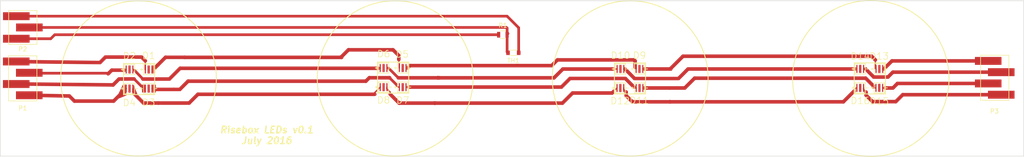
<source format=kicad_pcb>
(kicad_pcb (version 4) (host pcbnew 4.0.2-stable)

  (general
    (links 24)
    (no_connects 0)
    (area 40.589999 69.820815 270.690001 105.179185)
    (thickness 1.6)
    (drawings 25)
    (tracks 190)
    (zones 0)
    (modules 21)
    (nets 24)
  )

  (page A4)
  (layers
    (0 F.Cu signal)
    (31 B.Cu signal)
    (32 B.Adhes user)
    (33 F.Adhes user)
    (34 B.Paste user)
    (35 F.Paste user)
    (36 B.SilkS user)
    (37 F.SilkS user)
    (38 B.Mask user)
    (39 F.Mask user)
    (40 Dwgs.User user)
    (41 Cmts.User user)
    (42 Eco1.User user)
    (43 Eco2.User user)
    (44 Edge.Cuts user)
    (45 Margin user)
    (46 B.CrtYd user)
    (47 F.CrtYd user)
    (48 B.Fab user)
    (49 F.Fab user)
  )

  (setup
    (last_trace_width 0.6)
    (user_trace_width 0.3)
    (user_trace_width 0.8)
    (trace_clearance 0.3)
    (zone_clearance 0.508)
    (zone_45_only no)
    (trace_min 0.254)
    (segment_width 0.2)
    (edge_width 0.1)
    (via_size 0.889)
    (via_drill 0.635)
    (via_min_size 0.889)
    (via_min_drill 0.508)
    (uvia_size 0.508)
    (uvia_drill 0.127)
    (uvias_allowed no)
    (uvia_min_size 0.508)
    (uvia_min_drill 0.127)
    (pcb_text_width 0.3)
    (pcb_text_size 1.5 1.5)
    (mod_edge_width 0.15)
    (mod_text_size 1 1)
    (mod_text_width 0.15)
    (pad_size 1.78 5.97)
    (pad_drill 0)
    (pad_to_mask_clearance 0)
    (aux_axis_origin 0 0)
    (visible_elements 7FFFFFFF)
    (pcbplotparams
      (layerselection 0x00020_00000001)
      (usegerberextensions true)
      (excludeedgelayer true)
      (linewidth 0.100000)
      (plotframeref false)
      (viasonmask false)
      (mode 1)
      (useauxorigin false)
      (hpglpennumber 1)
      (hpglpenspeed 20)
      (hpglpendiameter 15)
      (hpglpenoverlay 2)
      (psnegative false)
      (psa4output false)
      (plotreference true)
      (plotvalue true)
      (plotinvisibletext false)
      (padsonsilk false)
      (subtractmaskfromsilk false)
      (outputformat 1)
      (mirror false)
      (drillshape 0)
      (scaleselection 1)
      (outputdirectory ""))
  )

  (net 0 "")
  (net 1 "Net-(D1-Pad2)")
  (net 2 "Net-(D1-Pad1)")
  (net 3 "Net-(D2-Pad2)")
  (net 4 "Net-(D2-Pad1)")
  (net 5 "Net-(D3-Pad2)")
  (net 6 "Net-(D3-Pad1)")
  (net 7 "Net-(D4-Pad2)")
  (net 8 "Net-(D4-Pad1)")
  (net 9 "Net-(D5-Pad2)")
  (net 10 "Net-(D10-Pad1)")
  (net 11 "Net-(D11-Pad1)")
  (net 12 "Net-(D12-Pad1)")
  (net 13 "Net-(D13-Pad1)")
  (net 14 "Net-(D10-Pad2)")
  (net 15 "Net-(D11-Pad2)")
  (net 16 "Net-(D12-Pad2)")
  (net 17 "Net-(D13-Pad2)")
  (net 18 "Net-(D14-Pad2)")
  (net 19 "Net-(D15-Pad2)")
  (net 20 "Net-(D16-Pad2)")
  (net 21 GND)
  (net 22 "Net-(P2-Pad2)")
  (net 23 "Net-(P2-Pad3)")

  (net_class Default "This is the default net class."
    (clearance 0.3)
    (trace_width 0.6)
    (via_dia 0.889)
    (via_drill 0.635)
    (uvia_dia 0.508)
    (uvia_drill 0.127)
  )

  (net_class pads ""
    (clearance 0.3)
    (trace_width 0.6)
    (via_dia 0.889)
    (via_drill 0.635)
    (uvia_dia 0.508)
    (uvia_drill 0.127)
    (add_net GND)
    (add_net "Net-(D1-Pad1)")
    (add_net "Net-(D1-Pad2)")
    (add_net "Net-(D10-Pad1)")
    (add_net "Net-(D10-Pad2)")
    (add_net "Net-(D11-Pad1)")
    (add_net "Net-(D11-Pad2)")
    (add_net "Net-(D12-Pad1)")
    (add_net "Net-(D12-Pad2)")
    (add_net "Net-(D13-Pad1)")
    (add_net "Net-(D13-Pad2)")
    (add_net "Net-(D14-Pad2)")
    (add_net "Net-(D15-Pad2)")
    (add_net "Net-(D16-Pad2)")
    (add_net "Net-(D2-Pad1)")
    (add_net "Net-(D2-Pad2)")
    (add_net "Net-(D3-Pad1)")
    (add_net "Net-(D3-Pad2)")
    (add_net "Net-(D4-Pad1)")
    (add_net "Net-(D4-Pad2)")
    (add_net "Net-(D5-Pad2)")
    (add_net "Net-(P2-Pad2)")
    (add_net "Net-(P2-Pad3)")
  )

  (module Resistors_SMD:R_0805 (layer F.Cu) (tedit 5415CDEB) (tstamp 574DBC19)
    (at 153.59 77.65)
    (descr "Resistor SMD 0805, reflow soldering, Vishay (see dcrcw.pdf)")
    (tags "resistor 0805")
    (path /574515E8)
    (attr smd)
    (fp_text reference R1 (at 0 -2.1) (layer F.SilkS)
      (effects (font (size 1 1) (thickness 0.15)))
    )
    (fp_text value 2.7K (at 0 2.1) (layer F.Fab)
      (effects (font (size 1 1) (thickness 0.15)))
    )
    (fp_line (start -1.6 -1) (end 1.6 -1) (layer F.CrtYd) (width 0.05))
    (fp_line (start -1.6 1) (end 1.6 1) (layer F.CrtYd) (width 0.05))
    (fp_line (start -1.6 -1) (end -1.6 1) (layer F.CrtYd) (width 0.05))
    (fp_line (start 1.6 -1) (end 1.6 1) (layer F.CrtYd) (width 0.05))
    (fp_line (start 0.6 0.875) (end -0.6 0.875) (layer F.SilkS) (width 0.15))
    (fp_line (start -0.6 -0.875) (end 0.6 -0.875) (layer F.SilkS) (width 0.15))
    (pad 1 smd rect (at -0.95 0) (size 0.7 1.3) (layers F.Cu F.Paste F.Mask)
      (net 23 "Net-(P2-Pad3)"))
    (pad 2 smd rect (at 0.95 0) (size 0.7 1.3) (layers F.Cu F.Paste F.Mask)
      (net 22 "Net-(P2-Pad2)"))
    (model Resistors_SMD.3dshapes/R_0805.wrl
      (at (xyz 0 0 0))
      (scale (xyz 1 1 1))
      (rotate (xyz 0 0 0))
    )
  )

  (module risebox:THERM_NTCS0603E3272JMT_SMD0603 (layer F.Cu) (tedit 577BBE5E) (tstamp 577135C1)
    (at 155.94 81.72 180)
    (path /56E1CF63)
    (fp_text reference TH1 (at 0 -1.778 180) (layer F.SilkS)
      (effects (font (size 1 1) (thickness 0.15)))
    )
    (fp_text value NTCS0603E3272JMT (at 0.01 -3.5 180) (layer F.Fab)
      (effects (font (size 1 1) (thickness 0.15)))
    )
    (fp_line (start -0.8128 -0.6176) (end 0.7872 -0.6176) (layer F.SilkS) (width 0.15))
    (fp_line (start -0.8128 0.6016) (end 0.7872 0.6016) (layer F.SilkS) (width 0.15))
    (pad 2 smd rect (at 1.2 0 180) (size 0.8 1) (layers F.Cu F.Paste F.Mask)
      (net 22 "Net-(P2-Pad2)"))
    (pad 1 smd rect (at -1.2 0 180) (size 0.8 1) (layers F.Cu F.Paste F.Mask)
      (net 21 GND))
  )

  (module risebox:LUXEON-C (layer F.Cu) (tedit 5773E99D) (tstamp 5772A757)
    (at 73.9942 85.4897)
    (path /56E1A1EF)
    (fp_text reference D1 (at 0.0214 -3.1175) (layer F.SilkS)
      (effects (font (size 1.5 1.5) (thickness 0.15)))
    )
    (fp_text value LED (at 0.03 8.21) (layer F.SilkS) hide
      (effects (font (size 1.5 1.5) (thickness 0.15)))
    )
    (fp_line (start 1.36 0) (end 1.84 0) (layer F.SilkS) (width 0.15))
    (fp_line (start -1.88 0) (end -1.35 0) (layer F.SilkS) (width 0.15))
    (fp_line (start -1.62 -0.25) (end -1.62 0.26) (layer F.SilkS) (width 0.15))
    (fp_line (start -1.15 -1.15) (end -1.15 1.15) (layer F.SilkS) (width 0.15))
    (fp_line (start -1.15 1.15) (end 1.15 1.15) (layer F.SilkS) (width 0.15))
    (fp_line (start 1.15 1.15) (end 1.15 -1.15) (layer F.SilkS) (width 0.15))
    (fp_line (start 1.15 -1.15) (end -1.15 -1.15) (layer F.SilkS) (width 0.15))
    (pad 3 smd rect (at 0 0) (size 0.5 1.8) (layers F.Cu F.Paste F.Mask)
      (solder_mask_margin 0.05) (solder_paste_margin -0.05))
    (pad 2 smd rect (at 0.75 0) (size 0.25 1.8) (layers F.Cu F.Paste F.Mask)
      (net 1 "Net-(D1-Pad2)") (solder_mask_margin 0.05) (solder_paste_margin -0.05))
    (pad 1 smd rect (at -0.75 0) (size 0.25 1.8) (layers F.Cu F.Paste F.Mask)
      (net 2 "Net-(D1-Pad1)") (solder_mask_margin 0.05) (solder_paste_margin -0.05))
  )

  (module risebox:LUXEON-C (layer F.Cu) (tedit 5773E9BF) (tstamp 5772A764)
    (at 69.6942 85.4897)
    (path /56E1BEDB)
    (fp_text reference D2 (at -0.0093 -3.0667) (layer F.SilkS)
      (effects (font (size 1.5 1.5) (thickness 0.15)))
    )
    (fp_text value LED (at 0.03 8.21) (layer F.SilkS) hide
      (effects (font (size 1.5 1.5) (thickness 0.15)))
    )
    (fp_line (start 1.36 0) (end 1.84 0) (layer F.SilkS) (width 0.15))
    (fp_line (start -1.88 0) (end -1.35 0) (layer F.SilkS) (width 0.15))
    (fp_line (start -1.62 -0.25) (end -1.62 0.26) (layer F.SilkS) (width 0.15))
    (fp_line (start -1.15 -1.15) (end -1.15 1.15) (layer F.SilkS) (width 0.15))
    (fp_line (start -1.15 1.15) (end 1.15 1.15) (layer F.SilkS) (width 0.15))
    (fp_line (start 1.15 1.15) (end 1.15 -1.15) (layer F.SilkS) (width 0.15))
    (fp_line (start 1.15 -1.15) (end -1.15 -1.15) (layer F.SilkS) (width 0.15))
    (pad 3 smd rect (at 0 0) (size 0.5 1.8) (layers F.Cu F.Paste F.Mask)
      (solder_mask_margin 0.05) (solder_paste_margin -0.05))
    (pad 2 smd rect (at 0.75 0) (size 0.25 1.8) (layers F.Cu F.Paste F.Mask)
      (net 3 "Net-(D2-Pad2)") (solder_mask_margin 0.05) (solder_paste_margin -0.05))
    (pad 1 smd rect (at -0.75 0) (size 0.25 1.8) (layers F.Cu F.Paste F.Mask)
      (net 4 "Net-(D2-Pad1)") (solder_mask_margin 0.05) (solder_paste_margin -0.05))
  )

  (module risebox:LUXEON-C (layer F.Cu) (tedit 5773E98B) (tstamp 5772A771)
    (at 73.9942 89.7897)
    (path /56E1C418)
    (fp_text reference D3 (at -0.004 3.1362) (layer F.SilkS)
      (effects (font (size 1.5 1.5) (thickness 0.15)))
    )
    (fp_text value LED (at 0.03 8.21) (layer F.SilkS) hide
      (effects (font (size 1.5 1.5) (thickness 0.15)))
    )
    (fp_line (start 1.36 0) (end 1.84 0) (layer F.SilkS) (width 0.15))
    (fp_line (start -1.88 0) (end -1.35 0) (layer F.SilkS) (width 0.15))
    (fp_line (start -1.62 -0.25) (end -1.62 0.26) (layer F.SilkS) (width 0.15))
    (fp_line (start -1.15 -1.15) (end -1.15 1.15) (layer F.SilkS) (width 0.15))
    (fp_line (start -1.15 1.15) (end 1.15 1.15) (layer F.SilkS) (width 0.15))
    (fp_line (start 1.15 1.15) (end 1.15 -1.15) (layer F.SilkS) (width 0.15))
    (fp_line (start 1.15 -1.15) (end -1.15 -1.15) (layer F.SilkS) (width 0.15))
    (pad 3 smd rect (at 0 0) (size 0.5 1.8) (layers F.Cu F.Paste F.Mask)
      (solder_mask_margin 0.05) (solder_paste_margin -0.05))
    (pad 2 smd rect (at 0.75 0) (size 0.25 1.8) (layers F.Cu F.Paste F.Mask)
      (net 5 "Net-(D3-Pad2)") (solder_mask_margin 0.05) (solder_paste_margin -0.05))
    (pad 1 smd rect (at -0.75 0) (size 0.25 1.8) (layers F.Cu F.Paste F.Mask)
      (net 6 "Net-(D3-Pad1)") (solder_mask_margin 0.05) (solder_paste_margin -0.05))
  )

  (module risebox:LUXEON-C (layer F.Cu) (tedit 5773E980) (tstamp 5772A77E)
    (at 69.6942 89.7897)
    (path /56E1C44F)
    (fp_text reference D4 (at -0.0347 3.1997) (layer F.SilkS)
      (effects (font (size 1.5 1.5) (thickness 0.15)))
    )
    (fp_text value LED (at 0.03 8.21) (layer F.SilkS) hide
      (effects (font (size 1.5 1.5) (thickness 0.15)))
    )
    (fp_line (start 1.36 0) (end 1.84 0) (layer F.SilkS) (width 0.15))
    (fp_line (start -1.88 0) (end -1.35 0) (layer F.SilkS) (width 0.15))
    (fp_line (start -1.62 -0.25) (end -1.62 0.26) (layer F.SilkS) (width 0.15))
    (fp_line (start -1.15 -1.15) (end -1.15 1.15) (layer F.SilkS) (width 0.15))
    (fp_line (start -1.15 1.15) (end 1.15 1.15) (layer F.SilkS) (width 0.15))
    (fp_line (start 1.15 1.15) (end 1.15 -1.15) (layer F.SilkS) (width 0.15))
    (fp_line (start 1.15 -1.15) (end -1.15 -1.15) (layer F.SilkS) (width 0.15))
    (pad 3 smd rect (at 0 0) (size 0.5 1.8) (layers F.Cu F.Paste F.Mask)
      (solder_mask_margin 0.05) (solder_paste_margin -0.05))
    (pad 2 smd rect (at 0.75 0) (size 0.25 1.8) (layers F.Cu F.Paste F.Mask)
      (net 7 "Net-(D4-Pad2)") (solder_mask_margin 0.05) (solder_paste_margin -0.05))
    (pad 1 smd rect (at -0.75 0) (size 0.25 1.8) (layers F.Cu F.Paste F.Mask)
      (net 8 "Net-(D4-Pad1)") (solder_mask_margin 0.05) (solder_paste_margin -0.05))
  )

  (module risebox:LUXEON-C (layer F.Cu) (tedit 5773EEDB) (tstamp 5772A78B)
    (at 131.0767 85.1535)
    (path /56E1A231)
    (fp_text reference D5 (at -0.0889 -3.1115) (layer F.SilkS)
      (effects (font (size 1.5 1.5) (thickness 0.15)))
    )
    (fp_text value LED (at 0.03 8.21) (layer F.SilkS) hide
      (effects (font (size 1.5 1.5) (thickness 0.15)))
    )
    (fp_line (start 1.36 0) (end 1.84 0) (layer F.SilkS) (width 0.15))
    (fp_line (start -1.88 0) (end -1.35 0) (layer F.SilkS) (width 0.15))
    (fp_line (start -1.62 -0.25) (end -1.62 0.26) (layer F.SilkS) (width 0.15))
    (fp_line (start -1.15 -1.15) (end -1.15 1.15) (layer F.SilkS) (width 0.15))
    (fp_line (start -1.15 1.15) (end 1.15 1.15) (layer F.SilkS) (width 0.15))
    (fp_line (start 1.15 1.15) (end 1.15 -1.15) (layer F.SilkS) (width 0.15))
    (fp_line (start 1.15 -1.15) (end -1.15 -1.15) (layer F.SilkS) (width 0.15))
    (pad 3 smd rect (at 0 0) (size 0.5 1.8) (layers F.Cu F.Paste F.Mask)
      (solder_mask_margin 0.05) (solder_paste_margin -0.05))
    (pad 2 smd rect (at 0.75 0) (size 0.25 1.8) (layers F.Cu F.Paste F.Mask)
      (net 9 "Net-(D5-Pad2)") (solder_mask_margin 0.05) (solder_paste_margin -0.05))
    (pad 1 smd rect (at -0.75 0) (size 0.25 1.8) (layers F.Cu F.Paste F.Mask)
      (net 1 "Net-(D1-Pad2)") (solder_mask_margin 0.05) (solder_paste_margin -0.05))
  )

  (module risebox:LUXEON-C (layer F.Cu) (tedit 5773EED2) (tstamp 5772A798)
    (at 126.7841 85.1535)
    (path /56E1BEE1)
    (fp_text reference D6 (at 0.0127 -3.175) (layer F.SilkS)
      (effects (font (size 1.5 1.5) (thickness 0.15)))
    )
    (fp_text value LED (at 0.03 8.21) (layer F.SilkS) hide
      (effects (font (size 1.5 1.5) (thickness 0.15)))
    )
    (fp_line (start 1.36 0) (end 1.84 0) (layer F.SilkS) (width 0.15))
    (fp_line (start -1.88 0) (end -1.35 0) (layer F.SilkS) (width 0.15))
    (fp_line (start -1.62 -0.25) (end -1.62 0.26) (layer F.SilkS) (width 0.15))
    (fp_line (start -1.15 -1.15) (end -1.15 1.15) (layer F.SilkS) (width 0.15))
    (fp_line (start -1.15 1.15) (end 1.15 1.15) (layer F.SilkS) (width 0.15))
    (fp_line (start 1.15 1.15) (end 1.15 -1.15) (layer F.SilkS) (width 0.15))
    (fp_line (start 1.15 -1.15) (end -1.15 -1.15) (layer F.SilkS) (width 0.15))
    (pad 3 smd rect (at 0 0) (size 0.5 1.8) (layers F.Cu F.Paste F.Mask)
      (solder_mask_margin 0.05) (solder_paste_margin -0.05))
    (pad 2 smd rect (at 0.75 0) (size 0.25 1.8) (layers F.Cu F.Paste F.Mask)
      (net 10 "Net-(D10-Pad1)") (solder_mask_margin 0.05) (solder_paste_margin -0.05))
    (pad 1 smd rect (at -0.75 0) (size 0.25 1.8) (layers F.Cu F.Paste F.Mask)
      (net 3 "Net-(D2-Pad2)") (solder_mask_margin 0.05) (solder_paste_margin -0.05))
  )

  (module risebox:LUXEON-C (layer F.Cu) (tedit 5773EECD) (tstamp 5772A7A5)
    (at 131.0767 89.4588)
    (path /56E1C41E)
    (fp_text reference D7 (at 0.0254 2.9718) (layer F.SilkS)
      (effects (font (size 1.5 1.5) (thickness 0.15)))
    )
    (fp_text value LED (at 0.03 8.21) (layer F.SilkS) hide
      (effects (font (size 1.5 1.5) (thickness 0.15)))
    )
    (fp_line (start 1.36 0) (end 1.84 0) (layer F.SilkS) (width 0.15))
    (fp_line (start -1.88 0) (end -1.35 0) (layer F.SilkS) (width 0.15))
    (fp_line (start -1.62 -0.25) (end -1.62 0.26) (layer F.SilkS) (width 0.15))
    (fp_line (start -1.15 -1.15) (end -1.15 1.15) (layer F.SilkS) (width 0.15))
    (fp_line (start -1.15 1.15) (end 1.15 1.15) (layer F.SilkS) (width 0.15))
    (fp_line (start 1.15 1.15) (end 1.15 -1.15) (layer F.SilkS) (width 0.15))
    (fp_line (start 1.15 -1.15) (end -1.15 -1.15) (layer F.SilkS) (width 0.15))
    (pad 3 smd rect (at 0 0) (size 0.5 1.8) (layers F.Cu F.Paste F.Mask)
      (solder_mask_margin 0.05) (solder_paste_margin -0.05))
    (pad 2 smd rect (at 0.75 0) (size 0.25 1.8) (layers F.Cu F.Paste F.Mask)
      (net 11 "Net-(D11-Pad1)") (solder_mask_margin 0.05) (solder_paste_margin -0.05))
    (pad 1 smd rect (at -0.75 0) (size 0.25 1.8) (layers F.Cu F.Paste F.Mask)
      (net 5 "Net-(D3-Pad2)") (solder_mask_margin 0.05) (solder_paste_margin -0.05))
  )

  (module risebox:LUXEON-C (layer F.Cu) (tedit 5773EE9C) (tstamp 5772A7B2)
    (at 126.7841 89.4588)
    (path /56E1C455)
    (fp_text reference D8 (at -0.0127 2.9337) (layer F.SilkS)
      (effects (font (size 1.5 1.5) (thickness 0.15)))
    )
    (fp_text value LED (at 0.03 8.21) (layer F.SilkS) hide
      (effects (font (size 1.5 1.5) (thickness 0.15)))
    )
    (fp_line (start 1.36 0) (end 1.84 0) (layer F.SilkS) (width 0.15))
    (fp_line (start -1.88 0) (end -1.35 0) (layer F.SilkS) (width 0.15))
    (fp_line (start -1.62 -0.25) (end -1.62 0.26) (layer F.SilkS) (width 0.15))
    (fp_line (start -1.15 -1.15) (end -1.15 1.15) (layer F.SilkS) (width 0.15))
    (fp_line (start -1.15 1.15) (end 1.15 1.15) (layer F.SilkS) (width 0.15))
    (fp_line (start 1.15 1.15) (end 1.15 -1.15) (layer F.SilkS) (width 0.15))
    (fp_line (start 1.15 -1.15) (end -1.15 -1.15) (layer F.SilkS) (width 0.15))
    (pad 3 smd rect (at 0 0) (size 0.5 1.8) (layers F.Cu F.Paste F.Mask)
      (solder_mask_margin 0.05) (solder_paste_margin -0.05))
    (pad 2 smd rect (at 0.75 0) (size 0.25 1.8) (layers F.Cu F.Paste F.Mask)
      (net 12 "Net-(D12-Pad1)") (solder_mask_margin 0.05) (solder_paste_margin -0.05))
    (pad 1 smd rect (at -0.75 0) (size 0.25 1.8) (layers F.Cu F.Paste F.Mask)
      (net 7 "Net-(D4-Pad2)") (solder_mask_margin 0.05) (solder_paste_margin -0.05))
  )

  (module risebox:LUXEON-C (layer F.Cu) (tedit 577BC10B) (tstamp 5772A7BF)
    (at 184.28 85.37)
    (path /56E1A294)
    (fp_text reference D9 (at 0.01 -3.05) (layer F.SilkS)
      (effects (font (size 1.5 1.5) (thickness 0.15)))
    )
    (fp_text value LED (at 0.03 8.21) (layer F.SilkS) hide
      (effects (font (size 1.5 1.5) (thickness 0.15)))
    )
    (fp_line (start 1.36 0) (end 1.84 0) (layer F.SilkS) (width 0.15))
    (fp_line (start -1.88 0) (end -1.35 0) (layer F.SilkS) (width 0.15))
    (fp_line (start -1.62 -0.25) (end -1.62 0.26) (layer F.SilkS) (width 0.15))
    (fp_line (start -1.15 -1.15) (end -1.15 1.15) (layer F.SilkS) (width 0.15))
    (fp_line (start -1.15 1.15) (end 1.15 1.15) (layer F.SilkS) (width 0.15))
    (fp_line (start 1.15 1.15) (end 1.15 -1.15) (layer F.SilkS) (width 0.15))
    (fp_line (start 1.15 -1.15) (end -1.15 -1.15) (layer F.SilkS) (width 0.15))
    (pad 3 smd rect (at 0 0) (size 0.5 1.8) (layers F.Cu F.Paste F.Mask)
      (solder_mask_margin 0.05) (solder_paste_margin -0.05))
    (pad 2 smd rect (at 0.75 0) (size 0.25 1.8) (layers F.Cu F.Paste F.Mask)
      (net 13 "Net-(D13-Pad1)") (solder_mask_margin 0.05) (solder_paste_margin -0.05))
    (pad 1 smd rect (at -0.75 0) (size 0.25 1.8) (layers F.Cu F.Paste F.Mask)
      (net 9 "Net-(D5-Pad2)") (solder_mask_margin 0.05) (solder_paste_margin -0.05))
  )

  (module risebox:LUXEON-C (layer F.Cu) (tedit 577BC106) (tstamp 5772A7CC)
    (at 180.01 85.37)
    (path /56E1BEE7)
    (fp_text reference D10 (at 0.01 -3.05) (layer F.SilkS)
      (effects (font (size 1.5 1.5) (thickness 0.15)))
    )
    (fp_text value LED (at 0.03 8.21) (layer F.SilkS) hide
      (effects (font (size 1.5 1.5) (thickness 0.15)))
    )
    (fp_line (start 1.36 0) (end 1.84 0) (layer F.SilkS) (width 0.15))
    (fp_line (start -1.88 0) (end -1.35 0) (layer F.SilkS) (width 0.15))
    (fp_line (start -1.62 -0.25) (end -1.62 0.26) (layer F.SilkS) (width 0.15))
    (fp_line (start -1.15 -1.15) (end -1.15 1.15) (layer F.SilkS) (width 0.15))
    (fp_line (start -1.15 1.15) (end 1.15 1.15) (layer F.SilkS) (width 0.15))
    (fp_line (start 1.15 1.15) (end 1.15 -1.15) (layer F.SilkS) (width 0.15))
    (fp_line (start 1.15 -1.15) (end -1.15 -1.15) (layer F.SilkS) (width 0.15))
    (pad 3 smd rect (at 0 0) (size 0.5 1.8) (layers F.Cu F.Paste F.Mask)
      (solder_mask_margin 0.05) (solder_paste_margin -0.05))
    (pad 2 smd rect (at 0.75 0) (size 0.25 1.8) (layers F.Cu F.Paste F.Mask)
      (net 14 "Net-(D10-Pad2)") (solder_mask_margin 0.05) (solder_paste_margin -0.05))
    (pad 1 smd rect (at -0.75 0) (size 0.25 1.8) (layers F.Cu F.Paste F.Mask)
      (net 10 "Net-(D10-Pad1)") (solder_mask_margin 0.05) (solder_paste_margin -0.05))
  )

  (module risebox:LUXEON-C (layer F.Cu) (tedit 577BC010) (tstamp 5772A7D9)
    (at 184.3 89.66)
    (path /56E1C424)
    (fp_text reference D11 (at -0.07 2.82) (layer F.SilkS)
      (effects (font (size 1.5 1.5) (thickness 0.15)))
    )
    (fp_text value LED (at 0.03 8.21) (layer F.SilkS) hide
      (effects (font (size 1.5 1.5) (thickness 0.15)))
    )
    (fp_line (start 1.36 0) (end 1.84 0) (layer F.SilkS) (width 0.15))
    (fp_line (start -1.88 0) (end -1.35 0) (layer F.SilkS) (width 0.15))
    (fp_line (start -1.62 -0.25) (end -1.62 0.26) (layer F.SilkS) (width 0.15))
    (fp_line (start -1.15 -1.15) (end -1.15 1.15) (layer F.SilkS) (width 0.15))
    (fp_line (start -1.15 1.15) (end 1.15 1.15) (layer F.SilkS) (width 0.15))
    (fp_line (start 1.15 1.15) (end 1.15 -1.15) (layer F.SilkS) (width 0.15))
    (fp_line (start 1.15 -1.15) (end -1.15 -1.15) (layer F.SilkS) (width 0.15))
    (pad 3 smd rect (at 0 0) (size 0.5 1.8) (layers F.Cu F.Paste F.Mask)
      (solder_mask_margin 0.05) (solder_paste_margin -0.05))
    (pad 2 smd rect (at 0.75 0) (size 0.25 1.8) (layers F.Cu F.Paste F.Mask)
      (net 15 "Net-(D11-Pad2)") (solder_mask_margin 0.05) (solder_paste_margin -0.05))
    (pad 1 smd rect (at -0.75 0) (size 0.25 1.8) (layers F.Cu F.Paste F.Mask)
      (net 11 "Net-(D11-Pad1)") (solder_mask_margin 0.05) (solder_paste_margin -0.05))
  )

  (module risebox:LUXEON-C (layer F.Cu) (tedit 577BC016) (tstamp 5772A7E6)
    (at 179.99 89.66)
    (path /56E1C45B)
    (fp_text reference D12 (at -0.05 2.91) (layer F.SilkS)
      (effects (font (size 1.5 1.5) (thickness 0.15)))
    )
    (fp_text value LED (at 0.03 8.21) (layer F.SilkS) hide
      (effects (font (size 1.5 1.5) (thickness 0.15)))
    )
    (fp_line (start 1.36 0) (end 1.84 0) (layer F.SilkS) (width 0.15))
    (fp_line (start -1.88 0) (end -1.35 0) (layer F.SilkS) (width 0.15))
    (fp_line (start -1.62 -0.25) (end -1.62 0.26) (layer F.SilkS) (width 0.15))
    (fp_line (start -1.15 -1.15) (end -1.15 1.15) (layer F.SilkS) (width 0.15))
    (fp_line (start -1.15 1.15) (end 1.15 1.15) (layer F.SilkS) (width 0.15))
    (fp_line (start 1.15 1.15) (end 1.15 -1.15) (layer F.SilkS) (width 0.15))
    (fp_line (start 1.15 -1.15) (end -1.15 -1.15) (layer F.SilkS) (width 0.15))
    (pad 3 smd rect (at 0 0) (size 0.5 1.8) (layers F.Cu F.Paste F.Mask)
      (solder_mask_margin 0.05) (solder_paste_margin -0.05))
    (pad 2 smd rect (at 0.75 0) (size 0.25 1.8) (layers F.Cu F.Paste F.Mask)
      (net 16 "Net-(D12-Pad2)") (solder_mask_margin 0.05) (solder_paste_margin -0.05))
    (pad 1 smd rect (at -0.75 0) (size 0.25 1.8) (layers F.Cu F.Paste F.Mask)
      (net 12 "Net-(D12-Pad1)") (solder_mask_margin 0.05) (solder_paste_margin -0.05))
  )

  (module risebox:LUXEON-C (layer F.Cu) (tedit 577BC141) (tstamp 5772A7F3)
    (at 238.19 85.37)
    (path /56E1A2C5)
    (fp_text reference D13 (at -0.03 -2.88) (layer F.SilkS)
      (effects (font (size 1.5 1.5) (thickness 0.15)))
    )
    (fp_text value LED (at 0.03 8.21) (layer F.SilkS) hide
      (effects (font (size 1.5 1.5) (thickness 0.15)))
    )
    (fp_line (start 1.36 0) (end 1.84 0) (layer F.SilkS) (width 0.15))
    (fp_line (start -1.88 0) (end -1.35 0) (layer F.SilkS) (width 0.15))
    (fp_line (start -1.62 -0.25) (end -1.62 0.26) (layer F.SilkS) (width 0.15))
    (fp_line (start -1.15 -1.15) (end -1.15 1.15) (layer F.SilkS) (width 0.15))
    (fp_line (start -1.15 1.15) (end 1.15 1.15) (layer F.SilkS) (width 0.15))
    (fp_line (start 1.15 1.15) (end 1.15 -1.15) (layer F.SilkS) (width 0.15))
    (fp_line (start 1.15 -1.15) (end -1.15 -1.15) (layer F.SilkS) (width 0.15))
    (pad 3 smd rect (at 0 0) (size 0.5 1.8) (layers F.Cu F.Paste F.Mask)
      (solder_mask_margin 0.05) (solder_paste_margin -0.05))
    (pad 2 smd rect (at 0.75 0) (size 0.25 1.8) (layers F.Cu F.Paste F.Mask)
      (net 17 "Net-(D13-Pad2)") (solder_mask_margin 0.05) (solder_paste_margin -0.05))
    (pad 1 smd rect (at -0.75 0) (size 0.25 1.8) (layers F.Cu F.Paste F.Mask)
      (net 13 "Net-(D13-Pad1)") (solder_mask_margin 0.05) (solder_paste_margin -0.05))
  )

  (module risebox:LUXEON-C (layer F.Cu) (tedit 577BC13B) (tstamp 5772A800)
    (at 233.89 85.36)
    (path /56E1BEED)
    (fp_text reference D14 (at 0.01 -2.84) (layer F.SilkS)
      (effects (font (size 1.5 1.5) (thickness 0.15)))
    )
    (fp_text value LED (at 0.03 8.21) (layer F.SilkS) hide
      (effects (font (size 1.5 1.5) (thickness 0.15)))
    )
    (fp_line (start 1.36 0) (end 1.84 0) (layer F.SilkS) (width 0.15))
    (fp_line (start -1.88 0) (end -1.35 0) (layer F.SilkS) (width 0.15))
    (fp_line (start -1.62 -0.25) (end -1.62 0.26) (layer F.SilkS) (width 0.15))
    (fp_line (start -1.15 -1.15) (end -1.15 1.15) (layer F.SilkS) (width 0.15))
    (fp_line (start -1.15 1.15) (end 1.15 1.15) (layer F.SilkS) (width 0.15))
    (fp_line (start 1.15 1.15) (end 1.15 -1.15) (layer F.SilkS) (width 0.15))
    (fp_line (start 1.15 -1.15) (end -1.15 -1.15) (layer F.SilkS) (width 0.15))
    (pad 3 smd rect (at 0 0) (size 0.5 1.8) (layers F.Cu F.Paste F.Mask)
      (solder_mask_margin 0.05) (solder_paste_margin -0.05))
    (pad 2 smd rect (at 0.75 0) (size 0.25 1.8) (layers F.Cu F.Paste F.Mask)
      (net 18 "Net-(D14-Pad2)") (solder_mask_margin 0.05) (solder_paste_margin -0.05))
    (pad 1 smd rect (at -0.75 0) (size 0.25 1.8) (layers F.Cu F.Paste F.Mask)
      (net 14 "Net-(D10-Pad2)") (solder_mask_margin 0.05) (solder_paste_margin -0.05))
  )

  (module risebox:LUXEON-C (layer F.Cu) (tedit 577BC121) (tstamp 5772A80D)
    (at 238.17 89.63)
    (path /56E1C42A)
    (fp_text reference D15 (at -0.01 3) (layer F.SilkS)
      (effects (font (size 1.5 1.5) (thickness 0.15)))
    )
    (fp_text value LED (at 0.03 8.21) (layer F.SilkS) hide
      (effects (font (size 1.5 1.5) (thickness 0.15)))
    )
    (fp_line (start 1.36 0) (end 1.84 0) (layer F.SilkS) (width 0.15))
    (fp_line (start -1.88 0) (end -1.35 0) (layer F.SilkS) (width 0.15))
    (fp_line (start -1.62 -0.25) (end -1.62 0.26) (layer F.SilkS) (width 0.15))
    (fp_line (start -1.15 -1.15) (end -1.15 1.15) (layer F.SilkS) (width 0.15))
    (fp_line (start -1.15 1.15) (end 1.15 1.15) (layer F.SilkS) (width 0.15))
    (fp_line (start 1.15 1.15) (end 1.15 -1.15) (layer F.SilkS) (width 0.15))
    (fp_line (start 1.15 -1.15) (end -1.15 -1.15) (layer F.SilkS) (width 0.15))
    (pad 3 smd rect (at 0 0) (size 0.5 1.8) (layers F.Cu F.Paste F.Mask)
      (solder_mask_margin 0.05) (solder_paste_margin -0.05))
    (pad 2 smd rect (at 0.75 0) (size 0.25 1.8) (layers F.Cu F.Paste F.Mask)
      (net 19 "Net-(D15-Pad2)") (solder_mask_margin 0.05) (solder_paste_margin -0.05))
    (pad 1 smd rect (at -0.75 0) (size 0.25 1.8) (layers F.Cu F.Paste F.Mask)
      (net 15 "Net-(D11-Pad2)") (solder_mask_margin 0.05) (solder_paste_margin -0.05))
  )

  (module risebox:LUXEON-C (layer F.Cu) (tedit 577BC117) (tstamp 5772A81A)
    (at 233.89 89.64)
    (path /56E1C461)
    (fp_text reference D16 (at 0.01 2.9) (layer F.SilkS)
      (effects (font (size 1.5 1.5) (thickness 0.15)))
    )
    (fp_text value LED (at 0.03 8.21) (layer F.SilkS) hide
      (effects (font (size 1.5 1.5) (thickness 0.15)))
    )
    (fp_line (start 1.36 0) (end 1.84 0) (layer F.SilkS) (width 0.15))
    (fp_line (start -1.88 0) (end -1.35 0) (layer F.SilkS) (width 0.15))
    (fp_line (start -1.62 -0.25) (end -1.62 0.26) (layer F.SilkS) (width 0.15))
    (fp_line (start -1.15 -1.15) (end -1.15 1.15) (layer F.SilkS) (width 0.15))
    (fp_line (start -1.15 1.15) (end 1.15 1.15) (layer F.SilkS) (width 0.15))
    (fp_line (start 1.15 1.15) (end 1.15 -1.15) (layer F.SilkS) (width 0.15))
    (fp_line (start 1.15 -1.15) (end -1.15 -1.15) (layer F.SilkS) (width 0.15))
    (pad 3 smd rect (at 0 0) (size 0.5 1.8) (layers F.Cu F.Paste F.Mask)
      (solder_mask_margin 0.05) (solder_paste_margin -0.05))
    (pad 2 smd rect (at 0.75 0) (size 0.25 1.8) (layers F.Cu F.Paste F.Mask)
      (net 20 "Net-(D16-Pad2)") (solder_mask_margin 0.05) (solder_paste_margin -0.05))
    (pad 1 smd rect (at -0.75 0) (size 0.25 1.8) (layers F.Cu F.Paste F.Mask)
      (net 16 "Net-(D12-Pad2)") (solder_mask_margin 0.05) (solder_paste_margin -0.05))
  )

  (module risebox:CONNECT_TE_3-647166-4 (layer F.Cu) (tedit 577BC0DF) (tstamp 57745C4B)
    (at 45.7 87.49 270)
    (path /574871E9)
    (fp_text reference P1 (at 6.74 0 360) (layer F.SilkS)
      (effects (font (size 1 1) (thickness 0.15)))
    )
    (fp_text value LED+ (at 8.97 0 360) (layer F.Fab)
      (effects (font (size 1 1) (thickness 0.15)))
    )
    (fp_line (start 5.08 -3.175) (end 5.08 3.175) (layer F.SilkS) (width 0.15))
    (fp_line (start -5.08 -3.175) (end -5.08 3.175) (layer F.SilkS) (width 0.15))
    (fp_line (start -5.08 3.175) (end 5.08 3.175) (layer F.SilkS) (width 0.15))
    (fp_line (start -5.08 -3.175) (end 5.08 -3.175) (layer F.SilkS) (width 0.15))
    (pad 4 smd rect (at 3.81 -1.465 270) (size 1.78 5.97) (layers F.Cu F.Paste F.Mask)
      (net 8 "Net-(D4-Pad1)"))
    (pad 1 smd rect (at -3.81 1.465 270) (size 1.78 5.97) (layers F.Cu F.Paste F.Mask)
      (net 2 "Net-(D1-Pad1)"))
    (pad 3 smd rect (at 1.27 1.465 270) (size 1.78 5.97) (layers F.Cu F.Paste F.Mask)
      (net 6 "Net-(D3-Pad1)"))
    (pad 2 smd rect (at -1.27 -1.465 270) (size 1.78 5.97) (layers F.Cu F.Paste F.Mask)
      (net 4 "Net-(D2-Pad1)"))
  )

  (module risebox:CONNECT_TE_3-647166-3 (layer F.Cu) (tedit 577BC0B1) (tstamp 57745C56)
    (at 45.72 76.01 270)
    (path /57487486)
    (fp_text reference P2 (at 4.89 0.02 360) (layer F.SilkS)
      (effects (font (size 1 1) (thickness 0.15)))
    )
    (fp_text value THERM (at -4.8 -0.07 360) (layer F.Fab)
      (effects (font (size 1 1) (thickness 0.15)))
    )
    (fp_line (start 3.81 -3.175) (end 3.81 3.175) (layer F.SilkS) (width 0.15))
    (fp_line (start -3.81 -3.175) (end -3.81 3.175) (layer F.SilkS) (width 0.15))
    (fp_line (start -3.81 3.175) (end 3.81 3.175) (layer F.SilkS) (width 0.15))
    (fp_line (start -3.81 -3.175) (end 3.81 -3.175) (layer F.SilkS) (width 0.15))
    (pad 1 smd rect (at -2.54 1.465 270) (size 1.78 5.97) (layers F.Cu F.Paste F.Mask)
      (net 21 GND))
    (pad 3 smd rect (at 2.54 1.465 270) (size 1.78 5.97) (layers F.Cu F.Paste F.Mask)
      (net 23 "Net-(P2-Pad3)"))
    (pad 2 smd rect (at 0 -1.465 270) (size 1.78 5.97) (layers F.Cu F.Paste F.Mask)
      (net 22 "Net-(P2-Pad2)"))
  )

  (module risebox:CONNECT_TE_3-647166-4 (layer F.Cu) (tedit 577BC07E) (tstamp 57745C60)
    (at 264.11 87.36 90)
    (path /574872E2)
    (fp_text reference P3 (at -7.53 -0.06 180) (layer F.SilkS)
      (effects (font (size 1 1) (thickness 0.15)))
    )
    (fp_text value LED- (at 7.68 -0.06 180) (layer F.Fab)
      (effects (font (size 1 1) (thickness 0.15)))
    )
    (fp_line (start 5.08 -3.175) (end 5.08 3.175) (layer F.SilkS) (width 0.15))
    (fp_line (start -5.08 -3.175) (end -5.08 3.175) (layer F.SilkS) (width 0.15))
    (fp_line (start -5.08 3.175) (end 5.08 3.175) (layer F.SilkS) (width 0.15))
    (fp_line (start -5.08 -3.175) (end 5.08 -3.175) (layer F.SilkS) (width 0.15))
    (pad 4 smd rect (at 3.81 -1.465 90) (size 1.78 5.97) (layers F.Cu F.Paste F.Mask)
      (net 17 "Net-(D13-Pad2)"))
    (pad 1 smd rect (at -3.81 1.465 90) (size 1.78 5.97) (layers F.Cu F.Paste F.Mask)
      (net 20 "Net-(D16-Pad2)"))
    (pad 3 smd rect (at 1.27 1.465 90) (size 1.78 5.97) (layers F.Cu F.Paste F.Mask)
      (net 18 "Net-(D14-Pad2)"))
    (pad 2 smd rect (at -1.27 -1.465 90) (size 1.78 5.97) (layers F.Cu F.Paste F.Mask)
      (net 19 "Net-(D15-Pad2)"))
  )

  (gr_text "Risebox LEDs v0.1\nJuly 2016" (at 100.54 100.3) (layer F.SilkS)
    (effects (font (size 1.5 1.5) (thickness 0.3) italic))
  )
  (gr_circle (center 71.72 87.5) (end 82.43 101.33) (layer F.SilkS) (width 0.2) (tstamp 5774F0AF))
  (gr_circle (center 129.39 87.5) (end 140.1 101.35) (layer F.SilkS) (width 0.2) (tstamp 5774F08C))
  (gr_circle (center 236.26 87.5) (end 246.97 101.44) (layer F.SilkS) (width 0.2) (tstamp 5774F023))
  (gr_circle (center 182.2 87.5) (end 192.91 101.35) (layer F.SilkS) (width 0.2))
  (gr_line (start 178.6489 91) (end 178.6489 84) (angle 90) (layer F.SilkS) (width 0.2) (tstamp 5773F7B2))
  (gr_line (start 185.6489 91) (end 178.6489 91) (angle 90) (layer F.SilkS) (width 0.2) (tstamp 5773F7B1))
  (gr_line (start 185.6489 84) (end 185.6489 91) (angle 90) (layer F.SilkS) (width 0.2) (tstamp 5773F7B0))
  (gr_line (start 178.6489 84) (end 185.6489 84) (angle 90) (layer F.SilkS) (width 0.2) (tstamp 5773F7AF))
  (gr_line (start 232.5417 91) (end 232.5417 84) (angle 90) (layer F.SilkS) (width 0.2) (tstamp 5773F75A))
  (gr_line (start 239.5417 91) (end 232.5417 91) (angle 90) (layer F.SilkS) (width 0.2) (tstamp 5773F759))
  (gr_line (start 239.5417 84) (end 239.5417 91) (angle 90) (layer F.SilkS) (width 0.2) (tstamp 5773F758))
  (gr_line (start 232.5417 84) (end 239.5417 84) (angle 90) (layer F.SilkS) (width 0.2) (tstamp 5773F757))
  (gr_line (start 125.4307 90.8095) (end 125.4307 83.8095) (angle 90) (layer F.SilkS) (width 0.2) (tstamp 5773ECEB))
  (gr_line (start 132.4307 90.8095) (end 125.4307 90.8095) (angle 90) (layer F.SilkS) (width 0.2) (tstamp 5773ECEA))
  (gr_line (start 132.4307 83.8095) (end 132.4307 90.8095) (angle 90) (layer F.SilkS) (width 0.2) (tstamp 5773ECE9))
  (gr_line (start 125.4307 83.8095) (end 132.4307 83.8095) (angle 90) (layer F.SilkS) (width 0.2) (tstamp 5773ECE8))
  (gr_line (start 68.3442 91.1397) (end 68.3442 84.1397) (angle 90) (layer F.SilkS) (width 0.2))
  (gr_line (start 75.3442 91.1397) (end 68.3442 91.1397) (angle 90) (layer F.SilkS) (width 0.2))
  (gr_line (start 75.3442 84.1397) (end 75.3442 91.1397) (angle 90) (layer F.SilkS) (width 0.2))
  (gr_line (start 68.3442 84.1397) (end 75.3442 84.1397) (angle 90) (layer F.SilkS) (width 0.2))
  (gr_line (start 270.64 70) (end 40.64 70) (angle 90) (layer Edge.Cuts) (width 0.1))
  (gr_line (start 270.64 105) (end 270.64 70) (angle 90) (layer Edge.Cuts) (width 0.1))
  (gr_line (start 40.64 105) (end 270.64 105) (angle 90) (layer Edge.Cuts) (width 0.1))
  (gr_line (start 40.64 70) (end 40.64 105) (angle 90) (layer Edge.Cuts) (width 0.1))

  (segment (start 117.3353 82.7532) (end 117.3353 82.6008) (width 0.8) (layer F.Cu) (net 1))
  (segment (start 118.8847 81.0514) (end 128.905 81.0514) (width 0.8) (layer F.Cu) (net 1) (tstamp 5773EFC1))
  (segment (start 130.2004 83.2485) (end 130.2004 82.3468) (width 0.8) (layer F.Cu) (net 1))
  (segment (start 130.2004 82.3468) (end 128.905 81.0514) (width 0.8) (layer F.Cu) (net 1) (tstamp 5773EFA4))
  (segment (start 75.0383 85.4897) (end 74.7442 85.4897) (width 0.3) (layer F.Cu) (net 1))
  (segment (start 82.0547 82.7405) (end 82.0674 82.7532) (width 0.3) (layer F.Cu) (net 1) (tstamp 5773E8E6))
  (segment (start 77.7875 82.7405) (end 82.0547 82.7405) (width 0.8) (layer F.Cu) (net 1) (tstamp 5773E8D8))
  (segment (start 76.0603 84.4677) (end 77.7875 82.7405) (width 0.8) (layer F.Cu) (net 1) (tstamp 5773E8D3))
  (segment (start 75.0383 85.4897) (end 76.0603 84.4677) (width 0.8) (layer F.Cu) (net 1) (tstamp 5773E8C5))
  (segment (start 82.0674 82.7532) (end 117.3353 82.7532) (width 0.8) (layer F.Cu) (net 1))
  (segment (start 117.3353 82.6008) (end 118.8847 81.0514) (width 0.8) (layer F.Cu) (net 1) (tstamp 5773F24C))
  (segment (start 130.3267 85.1535) (end 130.3267 84.0733) (width 0.3) (layer F.Cu) (net 1))
  (segment (start 130.2004 83.947) (end 130.2004 83.2485) (width 0.3) (layer F.Cu) (net 1) (tstamp 5773EF59))
  (segment (start 130.2004 83.2485) (end 130.2004 83.185) (width 0.3) (layer F.Cu) (net 1) (tstamp 5773EFA2))
  (segment (start 130.3267 84.0733) (end 130.2004 83.947) (width 0.3) (layer F.Cu) (net 1) (tstamp 5773EF4F))
  (segment (start 45.7 83.72) (end 63.0578 83.9193) (width 0.8) (layer F.Cu) (net 2) (status 10))
  (segment (start 72.3942 82.6897) (end 73.2442 83.5397) (width 0.8) (layer F.Cu) (net 2) (tstamp 5773D712))
  (segment (start 73.2442 83.5397) (end 73.2442 85.4897) (width 0.3) (layer F.Cu) (net 2) (tstamp 5773D6C5))
  (segment (start 71.7042 82.6897) (end 72.3442 82.6897) (width 0.8) (layer F.Cu) (net 2))
  (segment (start 72.3442 82.6897) (end 72.3942 82.6897) (width 0.8) (layer F.Cu) (net 2))
  (segment (start 64.2874 82.6897) (end 71.7042 82.6897) (width 0.8) (layer F.Cu) (net 2) (tstamp 5773DDE5))
  (segment (start 63.0578 83.9193) (end 64.2874 82.6897) (width 0.8) (layer F.Cu) (net 2) (tstamp 5773DDE0))
  (segment (start 73.2442 85.4897) (end 73.2442 84.2297) (width 0.3) (layer F.Cu) (net 2))
  (segment (start 126.0341 85.1535) (end 125.6538 85.1535) (width 0.3) (layer F.Cu) (net 3))
  (segment (start 72.6942 87.6397) (end 78.6442 87.6397) (width 0.8) (layer F.Cu) (net 3) (tstamp 5772B6C2))
  (segment (start 70.7942 85.6397) (end 72.6942 87.6397) (width 0.6) (layer F.Cu) (net 3) (tstamp 5772B6A9))
  (segment (start 70.7942 85.6397) (end 70.5442 85.4897) (width 0.3) (layer F.Cu) (net 3) (status 10))
  (segment (start 81.0669 85.217) (end 78.6442 87.6397) (width 0.8) (layer F.Cu) (net 3) (tstamp 5773F2B2))
  (segment (start 125.5903 85.217) (end 81.0669 85.217) (width 0.8) (layer F.Cu) (net 3) (tstamp 5773F288))
  (segment (start 125.6538 85.1535) (end 125.5903 85.217) (width 0.3) (layer F.Cu) (net 3) (tstamp 5773F276))
  (segment (start 65.02 86.3259) (end 47.2709 86.3259) (width 0.6) (layer F.Cu) (net 4))
  (segment (start 47.2709 86.3259) (end 47.165 86.22) (width 0.6) (layer F.Cu) (net 4) (tstamp 5774DFB8))
  (segment (start 65.7062 85.6397) (end 68.4942 85.6397) (width 0.8) (layer F.Cu) (net 4) (tstamp 5773DDF9))
  (segment (start 64.8866 86.4593) (end 65.02 86.3259) (width 0.8) (layer F.Cu) (net 4) (tstamp 5773DDED))
  (segment (start 65.02 86.3259) (end 65.7062 85.6397) (width 0.8) (layer F.Cu) (net 4) (tstamp 5774DFB6))
  (segment (start 68.9442 85.4897) (end 68.4942 85.6397) (width 0.3) (layer F.Cu) (net 4) (status 10))
  (segment (start 68.4942 85.6397) (end 68.4442 85.6897) (width 0.8) (layer F.Cu) (net 4) (tstamp 5772BE5D))
  (segment (start 123.571 87.3506) (end 128.1176 87.3506) (width 0.8) (layer F.Cu) (net 5))
  (segment (start 130.0734 89.4588) (end 129.6416 89.154) (width 0.3) (layer F.Cu) (net 5) (tstamp 5773F33C))
  (segment (start 129.6416 89.154) (end 129.6416 88.8746) (width 0.3) (layer F.Cu) (net 5) (tstamp 5773F34F))
  (segment (start 129.6416 88.8746) (end 128.1303 87.3633) (width 0.6) (layer F.Cu) (net 5) (tstamp 5773F356))
  (segment (start 79.629 89.9795) (end 80.9879 89.9795) (width 0.8) (layer F.Cu) (net 5))
  (segment (start 122.7963 88.1253) (end 123.571 87.3506) (width 0.8) (layer F.Cu) (net 5) (tstamp 5773F31E))
  (segment (start 82.8421 88.1253) (end 122.7963 88.1253) (width 0.8) (layer F.Cu) (net 5) (tstamp 5773F30B))
  (segment (start 80.9879 89.9795) (end 82.8421 88.1253) (width 0.8) (layer F.Cu) (net 5) (tstamp 5773F303))
  (segment (start 130.0734 89.4588) (end 130.3267 89.4588) (width 0.3) (layer F.Cu) (net 5))
  (segment (start 128.1176 87.3506) (end 128.1303 87.3633) (width 0.8) (layer F.Cu) (net 5) (tstamp 5773F443))
  (segment (start 74.7442 89.7897) (end 74.8926 89.7897) (width 0.3) (layer F.Cu) (net 5))
  (segment (start 75.0824 89.9795) (end 79.629 89.9795) (width 0.8) (layer F.Cu) (net 5) (tstamp 5773E855))
  (segment (start 79.629 89.9795) (end 79.6671 89.9795) (width 0.8) (layer F.Cu) (net 5) (tstamp 5773F301))
  (segment (start 74.8926 89.7897) (end 75.0824 89.9795) (width 0.3) (layer F.Cu) (net 5) (tstamp 5773E851))
  (segment (start 45.7 88.76) (end 65.9553 88.9593) (width 0.8) (layer F.Cu) (net 6) (status 10))
  (segment (start 65.9807 88.9847) (end 67.3354 87.63) (width 0.8) (layer F.Cu) (net 6) (tstamp 5773D80E))
  (segment (start 67.3354 87.63) (end 70.71995 87.61095) (width 0.8) (layer F.Cu) (net 6) (tstamp 5773D810))
  (segment (start 70.71995 87.61095) (end 72.87965 89.77065) (width 0.6) (layer F.Cu) (net 6) (tstamp 5773D819))
  (segment (start 72.87965 89.77065) (end 73.2442 89.7897) (width 0.3) (layer F.Cu) (net 6) (tstamp 5773D82D))
  (segment (start 65.9553 88.9593) (end 65.9807 88.9847) (width 0.8) (layer F.Cu) (net 6) (tstamp 5773DDFF))
  (segment (start 124.8029 91.0717) (end 124.8029 90.69) (width 0.3) (layer F.Cu) (net 7))
  (segment (start 83.0834 93.0529) (end 85.0646 91.0717) (width 0.8) (layer F.Cu) (net 7) (tstamp 5773F493))
  (segment (start 85.0646 91.0717) (end 124.8029 91.0717) (width 0.8) (layer F.Cu) (net 7) (tstamp 5773F4A2))
  (segment (start 70.4442 90.5483) (end 70.7136 90.8177) (width 0.3) (layer F.Cu) (net 7) (tstamp 5773E7CB))
  (segment (start 70.7136 90.8177) (end 70.7136 90.9193) (width 0.3) (layer F.Cu) (net 7) (tstamp 5773E801))
  (segment (start 70.7136 90.9193) (end 72.8472 93.0529) (width 0.8) (layer F.Cu) (net 7) (tstamp 5773E807))
  (segment (start 72.8472 93.0529) (end 76.1873 93.0529) (width 0.8) (layer F.Cu) (net 7) (tstamp 5773E80E))
  (segment (start 76.1873 93.0529) (end 83.0834 93.0529) (width 0.8) (layer F.Cu) (net 7))
  (segment (start 124.8029 90.69) (end 126.0341 89.4588) (width 0.3) (layer F.Cu) (net 7) (tstamp 5773F4B6))
  (segment (start 70.4442 89.7897) (end 70.4442 90.5483) (width 0.3) (layer F.Cu) (net 7))
  (segment (start 45.7 91.26) (end 56.166 91.4593) (width 0.8) (layer F.Cu) (net 8) (status 10))
  (segment (start 66.1255 92.6084) (end 67.47975 91.25415) (width 0.8) (layer F.Cu) (net 8) (tstamp 5773D97E))
  (segment (start 67.47975 91.25415) (end 68.9442 89.7897) (width 0.3) (layer F.Cu) (net 8))
  (segment (start 57.3151 92.6084) (end 66.1255 92.6084) (width 0.8) (layer F.Cu) (net 8) (tstamp 5773DE08))
  (segment (start 56.166 91.4593) (end 57.3151 92.6084) (width 0.8) (layer F.Cu) (net 8) (tstamp 5773DE04))
  (segment (start 68.9349 89.7897) (end 68.9442 89.7897) (width 0.3) (layer F.Cu) (net 8) (tstamp 5773D90E))
  (segment (start 183.53 85.37) (end 183.53 85.22) (width 0.3) (layer F.Cu) (net 9))
  (segment (start 183.53 85.22) (end 183.3 84.99) (width 0.3) (layer F.Cu) (net 9) (tstamp 57757134))
  (segment (start 183.3 84.99) (end 183.3 83.55) (width 0.8) (layer F.Cu) (net 9) (tstamp 57757141))
  (segment (start 183.3 83.55) (end 183.07 83.32) (width 0.8) (layer F.Cu) (net 9) (tstamp 5775714D))
  (segment (start 183.07 83.32) (end 165.85 83.32) (width 0.8) (layer F.Cu) (net 9) (tstamp 57757165))
  (segment (start 165.85 83.32) (end 164.5626 84.6074) (width 0.8) (layer F.Cu) (net 9) (tstamp 5775716F))
  (segment (start 164.5626 84.6074) (end 139.0269 84.6074) (width 0.8) (layer F.Cu) (net 9) (tstamp 57757179))
  (segment (start 131.8267 85.1535) (end 132.1689 85.1535) (width 0.3) (layer F.Cu) (net 9))
  (segment (start 132.715 84.6074) (end 139.0269 84.6074) (width 0.8) (layer F.Cu) (net 9) (tstamp 5773F523))
  (segment (start 132.1689 85.1535) (end 132.715 84.6074) (width 0.8) (layer F.Cu) (net 9) (tstamp 5773F51A))
  (segment (start 179.26 85.37) (end 178.93 85.37) (width 0.3) (layer F.Cu) (net 10))
  (segment (start 165.0867 87.3633) (end 167.07 85.38) (width 0.8) (layer F.Cu) (net 10) (tstamp 577572D2))
  (segment (start 167.07 85.38) (end 178.55 85.38) (width 0.8) (layer F.Cu) (net 10) (tstamp 577572DD))
  (segment (start 178.55 85.38) (end 178.57 85.4) (width 0.3) (layer F.Cu) (net 10) (tstamp 577572F0))
  (segment (start 178.57 85.4) (end 178.9 85.4) (width 0.3) (layer F.Cu) (net 10) (tstamp 577572FA))
  (segment (start 165.0867 87.3633) (end 138.95 87.3633) (width 0.8) (layer F.Cu) (net 10))
  (segment (start 178.93 85.37) (end 178.9 85.4) (width 0.3) (layer F.Cu) (net 10) (tstamp 577577A2))
  (segment (start 127.5341 85.1535) (end 127.8763 85.1535) (width 0.3) (layer F.Cu) (net 10))
  (segment (start 130.0861 87.3633) (end 138.95 87.3633) (width 0.8) (layer F.Cu) (net 10) (tstamp 5773F396))
  (segment (start 138.95 87.3633) (end 139.319 87.3633) (width 0.8) (layer F.Cu) (net 10) (tstamp 577572D0))
  (segment (start 127.8763 85.1535) (end 130.0861 87.3633) (width 0.6) (layer F.Cu) (net 10) (tstamp 5773F387))
  (segment (start 183.02 89.42) (end 183.02 89.56) (width 0.3) (layer F.Cu) (net 11))
  (segment (start 132.3712 89.4588) (end 132.38 89.45) (width 0.3) (layer F.Cu) (net 11) (tstamp 577589BC))
  (segment (start 132.38 89.45) (end 166.74 89.45) (width 0.8) (layer F.Cu) (net 11) (tstamp 577589CA))
  (segment (start 166.74 89.45) (end 168.68 87.51) (width 0.8) (layer F.Cu) (net 11) (tstamp 577589D0))
  (segment (start 168.68 87.51) (end 181.11 87.51) (width 0.8) (layer F.Cu) (net 11) (tstamp 577589E4))
  (segment (start 181.11 87.51) (end 183.02 89.42) (width 0.8) (layer F.Cu) (net 11) (tstamp 577589F3))
  (segment (start 131.8267 89.4588) (end 132.3712 89.4588) (width 0.3) (layer F.Cu) (net 11))
  (segment (start 183.12 89.66) (end 183.55 89.66) (width 0.3) (layer F.Cu) (net 11) (tstamp 57758EA9))
  (segment (start 183.02 89.56) (end 183.12 89.66) (width 0.3) (layer F.Cu) (net 11) (tstamp 57758E9E))
  (segment (start 138.24 93.0656) (end 166.9744 93.0656) (width 0.8) (layer F.Cu) (net 12))
  (segment (start 178.51 90.39) (end 179.24 89.66) (width 0.3) (layer F.Cu) (net 12) (tstamp 5775754F))
  (segment (start 178.51 90.4) (end 178.51 90.39) (width 0.3) (layer F.Cu) (net 12) (tstamp 57757545))
  (segment (start 178.12 90.79) (end 178.51 90.4) (width 0.8) (layer F.Cu) (net 12) (tstamp 57757543))
  (segment (start 169.25 90.79) (end 178.12 90.79) (width 0.8) (layer F.Cu) (net 12) (tstamp 5775753C))
  (segment (start 166.9744 93.0656) (end 169.25 90.79) (width 0.8) (layer F.Cu) (net 12) (tstamp 57757532))
  (segment (start 127.5341 89.4588) (end 127.5341 89.8532) (width 0.3) (layer F.Cu) (net 12))
  (segment (start 127.5341 89.8532) (end 128.27 90.5891) (width 0.3) (layer F.Cu) (net 12) (tstamp 5773F551))
  (segment (start 128.27 90.5891) (end 128.27 91.059) (width 0.3) (layer F.Cu) (net 12) (tstamp 5773F555))
  (segment (start 128.27 91.059) (end 130.2766 93.0656) (width 0.8) (layer F.Cu) (net 12) (tstamp 5773F558))
  (segment (start 130.2766 93.0656) (end 138.24 93.0656) (width 0.8) (layer F.Cu) (net 12) (tstamp 5773F55B))
  (segment (start 138.24 93.0656) (end 138.3919 93.0656) (width 0.8) (layer F.Cu) (net 12) (tstamp 57757530))
  (segment (start 191.29 85.37) (end 191.29 85.27) (width 0.8) (layer F.Cu) (net 13))
  (segment (start 237.29 85.22) (end 237.44 85.37) (width 0.3) (layer F.Cu) (net 13) (tstamp 57757AF7))
  (segment (start 237.29 83.33) (end 237.29 85.22) (width 0.3) (layer F.Cu) (net 13) (tstamp 57757AEC))
  (segment (start 236.46 82.5) (end 237.29 83.33) (width 0.8) (layer F.Cu) (net 13) (tstamp 57757ADF))
  (segment (start 194.06 82.5) (end 236.46 82.5) (width 0.8) (layer F.Cu) (net 13) (tstamp 57757AC9))
  (segment (start 191.29 85.27) (end 194.06 82.5) (width 0.8) (layer F.Cu) (net 13) (tstamp 57757ABB))
  (segment (start 185.03 85.37) (end 185.41 85.37) (width 0.3) (layer F.Cu) (net 13))
  (segment (start 191.29 85.37) (end 191.29 85.38) (width 0.8) (layer F.Cu) (net 13) (tstamp 57757A23))
  (segment (start 185.41 85.37) (end 191.29 85.37) (width 0.8) (layer F.Cu) (net 13) (tstamp 57757A1B))
  (segment (start 191.17 87.52) (end 193.05 87.52) (width 0.8) (layer F.Cu) (net 14))
  (segment (start 181.03 85.37) (end 183.18 87.52) (width 0.8) (layer F.Cu) (net 14) (tstamp 57757973))
  (segment (start 183.18 87.52) (end 191.17 87.52) (width 0.8) (layer F.Cu) (net 14) (tstamp 5775797E))
  (segment (start 180.76 85.37) (end 181.03 85.37) (width 0.3) (layer F.Cu) (net 14))
  (segment (start 232.76 85.36) (end 233.14 85.36) (width 0.3) (layer F.Cu) (net 14) (tstamp 57757C3C))
  (segment (start 232.75 85.37) (end 232.76 85.36) (width 0.3) (layer F.Cu) (net 14) (tstamp 57757C28))
  (segment (start 195.2 85.37) (end 232.75 85.37) (width 0.8) (layer F.Cu) (net 14) (tstamp 57757C05))
  (segment (start 193.05 87.52) (end 195.2 85.37) (width 0.8) (layer F.Cu) (net 14) (tstamp 57757BF9))
  (segment (start 190.96 89.66) (end 194.46 89.66) (width 0.8) (layer F.Cu) (net 15))
  (segment (start 237.02 89.63) (end 237.42 89.63) (width 0.3) (layer F.Cu) (net 15) (tstamp 5775845C))
  (segment (start 236.79 89.4) (end 237.02 89.63) (width 0.3) (layer F.Cu) (net 15) (tstamp 57758452))
  (segment (start 236.79 89.13) (end 236.79 89.4) (width 0.8) (layer F.Cu) (net 15) (tstamp 5775844A))
  (segment (start 235.11 87.45) (end 236.79 89.13) (width 0.8) (layer F.Cu) (net 15) (tstamp 57758436))
  (segment (start 196.67 87.45) (end 235.11 87.45) (width 0.8) (layer F.Cu) (net 15) (tstamp 57758426))
  (segment (start 194.46 89.66) (end 196.67 87.45) (width 0.8) (layer F.Cu) (net 15) (tstamp 57758415))
  (segment (start 185.05 89.66) (end 185.38 89.66) (width 0.3) (layer F.Cu) (net 15))
  (segment (start 185.38 89.66) (end 190.96 89.66) (width 0.8) (layer F.Cu) (net 15) (tstamp 577576F0))
  (segment (start 190.96 89.66) (end 191.12 89.66) (width 0.8) (layer F.Cu) (net 15) (tstamp 57758413))
  (segment (start 233.14 89.64) (end 233.01 89.64) (width 0.3) (layer F.Cu) (net 16))
  (segment (start 230.1 92.77) (end 232.52 90.35) (width 0.8) (layer F.Cu) (net 16) (tstamp 577582AA))
  (segment (start 232.52 90.35) (end 232.52 90.13) (width 0.3) (layer F.Cu) (net 16) (tstamp 577582B6))
  (segment (start 232.52 90.13) (end 232.87 89.78) (width 0.3) (layer F.Cu) (net 16) (tstamp 577582BF))
  (segment (start 230.1 92.77) (end 191.08 92.77) (width 0.8) (layer F.Cu) (net 16))
  (segment (start 233.01 89.64) (end 232.87 89.78) (width 0.3) (layer F.Cu) (net 16) (tstamp 57758CC6))
  (segment (start 180.74 89.66) (end 180.74 89.99) (width 0.3) (layer F.Cu) (net 16))
  (segment (start 180.74 89.99) (end 181.3 90.55) (width 0.3) (layer F.Cu) (net 16) (tstamp 5775761B))
  (segment (start 181.3 90.55) (end 181.3 91.38) (width 0.8) (layer F.Cu) (net 16) (tstamp 57757622))
  (segment (start 181.3 91.38) (end 182.69 92.77) (width 0.8) (layer F.Cu) (net 16) (tstamp 57757638))
  (segment (start 182.69 92.77) (end 191.08 92.77) (width 0.8) (layer F.Cu) (net 16) (tstamp 5775764C))
  (segment (start 191.08 92.77) (end 191.22 92.77) (width 0.8) (layer F.Cu) (net 16) (tstamp 577582A8))
  (segment (start 238.94 85.37) (end 239.2 85.37) (width 0.3) (layer F.Cu) (net 17))
  (segment (start 241.02 83.55) (end 262.645 83.55) (width 0.8) (layer F.Cu) (net 17) (tstamp 57757BA2))
  (segment (start 239.2 85.37) (end 241.02 83.55) (width 0.8) (layer F.Cu) (net 17) (tstamp 57757B9C))
  (segment (start 234.64 85.36) (end 234.76 85.36) (width 0.3) (layer F.Cu) (net 18))
  (segment (start 234.76 85.36) (end 235.1 85.36) (width 0.3) (layer F.Cu) (net 18) (tstamp 57758164))
  (segment (start 235.1 85.36) (end 236.93 87.19) (width 0.8) (layer F.Cu) (net 18) (tstamp 57758168))
  (segment (start 236.93 87.19) (end 240.12 87.19) (width 0.8) (layer F.Cu) (net 18) (tstamp 57758182))
  (segment (start 240.12 87.19) (end 241.22 86.09) (width 0.8) (layer F.Cu) (net 18) (tstamp 5775819E))
  (segment (start 241.22 86.09) (end 265.575 86.09) (width 0.8) (layer F.Cu) (net 18) (tstamp 577581A9))
  (segment (start 262.645 88.63) (end 242.26 88.63) (width 0.8) (layer F.Cu) (net 19))
  (segment (start 239.44 89.63) (end 238.92 89.63) (width 0.3) (layer F.Cu) (net 19) (tstamp 577583CD))
  (segment (start 239.45 89.64) (end 239.44 89.63) (width 0.3) (layer F.Cu) (net 19) (tstamp 577583C9))
  (segment (start 239.56 89.64) (end 239.45 89.64) (width 0.8) (layer F.Cu) (net 19) (tstamp 577583C4))
  (segment (start 239.58 89.66) (end 239.56 89.64) (width 0.8) (layer F.Cu) (net 19) (tstamp 577583C0))
  (segment (start 241.23 89.66) (end 239.58 89.66) (width 0.8) (layer F.Cu) (net 19) (tstamp 577583B1))
  (segment (start 242.26 88.63) (end 241.23 89.66) (width 0.8) (layer F.Cu) (net 19) (tstamp 577583AC))
  (segment (start 265.575 91.17) (end 243.44 91.17) (width 0.8) (layer F.Cu) (net 20))
  (segment (start 235.21 90.57) (end 234.64 90) (width 0.3) (layer F.Cu) (net 20) (tstamp 57758331))
  (segment (start 235.21 91.29) (end 235.21 90.57) (width 0.8) (layer F.Cu) (net 20) (tstamp 57758322))
  (segment (start 236.65 92.73) (end 235.21 91.29) (width 0.8) (layer F.Cu) (net 20) (tstamp 57758310))
  (segment (start 241.88 92.73) (end 236.65 92.73) (width 0.8) (layer F.Cu) (net 20) (tstamp 57758309))
  (segment (start 243.44 91.17) (end 241.88 92.73) (width 0.8) (layer F.Cu) (net 20) (tstamp 577582F4))
  (segment (start 234.64 90) (end 234.64 89.64) (width 0.3) (layer F.Cu) (net 20) (tstamp 57758338))
  (segment (start 157.14 81.72) (end 157.14 76.08) (width 0.6) (layer F.Cu) (net 21))
  (segment (start 154.53 73.47) (end 44.255 73.47) (width 0.6) (layer F.Cu) (net 21) (tstamp 577BC378))
  (segment (start 157.14 76.08) (end 154.53 73.47) (width 0.6) (layer F.Cu) (net 21) (tstamp 577BC377))
  (segment (start 157.14 81.72) (end 157.28 81.72) (width 0.6) (layer F.Cu) (net 21) (status 30))
  (segment (start 154.54 77.65) (end 154.54 81.52) (width 0.6) (layer F.Cu) (net 22))
  (segment (start 154.54 81.52) (end 154.74 81.72) (width 0.6) (layer F.Cu) (net 22) (tstamp 577BC394))
  (segment (start 154.54 77.65) (end 154.54 76.16) (width 0.6) (layer F.Cu) (net 22))
  (segment (start 154.39 76.01) (end 47.185 76.01) (width 0.6) (layer F.Cu) (net 22) (tstamp 577BC38D))
  (segment (start 154.54 76.16) (end 154.39 76.01) (width 0.6) (layer F.Cu) (net 22) (tstamp 577BC38C))
  (segment (start 154.74 77.39) (end 154.51 77.16) (width 0.6) (layer F.Cu) (net 22) (tstamp 577BC374))
  (segment (start 152.64 77.65) (end 52.89 77.65) (width 0.6) (layer F.Cu) (net 23))
  (segment (start 51.99 78.55) (end 44.255 78.55) (width 0.6) (layer F.Cu) (net 23) (tstamp 577BC391))
  (segment (start 52.89 77.65) (end 51.99 78.55) (width 0.6) (layer F.Cu) (net 23) (tstamp 577BC390))

  (zone (net 4) (net_name "Net-(D2-Pad1)") (layer F.Cu) (tstamp 5772B9D4) (hatch edge 0.508)
    (connect_pads (clearance 0.508))
    (min_thickness 0.254)
    (fill yes (arc_segments 16) (thermal_gap 0.508) (thermal_bridge_width 0.508))
    (polygon
      (pts
        (xy 69.0918 86.3873) (xy 68.2442 86.3873) (xy 68.2188 84.5873) (xy 69.0664 84.5873) (xy 69.0918 86.3873)
      )
    )
  )
  (zone (net 6) (net_name "Net-(D3-Pad1)") (layer F.Cu) (tstamp 5773D729) (hatch edge 0.508)
    (connect_pads yes (clearance 0.508))
    (min_thickness 0.254)
    (fill yes (arc_segments 16) (thermal_gap 0.508) (thermal_bridge_width 0.508))
    (polygon
      (pts
        (xy 73.3442 86.3897) (xy 72.8442 86.3897) (xy 72.8442 83.1397) (xy 73.395 83.127) (xy 73.395 86.377)
      )
    )
  )
  (zone (net 6) (net_name "Net-(D3-Pad1)") (layer F.Cu) (tstamp 5773D897) (hatch edge 0.508)
    (connect_pads yes (clearance 0.508))
    (min_thickness 0.254)
    (fill yes (arc_segments 16) (thermal_gap 0.508) (thermal_bridge_width 0.508))
    (polygon
      (pts
        (xy 73.3552 90.678) (xy 72.5043 90.678) (xy 72.5043 88.8873) (xy 73.3425 88.8873) (xy 73.3552 90.678)
      )
    )
    (filled_polygon
      (pts
        (xy 73.09676 90.551) (xy 72.6313 90.551) (xy 72.6313 89.0143) (xy 73.09676 89.0143)
      )
    )
  )
  (zone (net 3) (net_name "Net-(D2-Pad2)") (layer F.Cu) (tstamp 5773DD1A) (hatch edge 0.508)
    (connect_pads yes (clearance 0.508))
    (min_thickness 0.254)
    (fill yes (arc_segments 16) (thermal_gap 0.508) (thermal_bridge_width 0.508))
    (polygon
      (pts
        (xy 70.9041 86.3981) (xy 70.3199 86.3981) (xy 70.3199 84.5947) (xy 70.9295 84.5947) (xy 70.9041 86.3981)
      )
    )
  )
  (zone (net 8) (net_name "Net-(D4-Pad1)") (layer F.Cu) (tstamp 5773E0B5) (hatch edge 0.508)
    (connect_pads yes (clearance 0.508))
    (min_thickness 0.254)
    (fill yes (arc_segments 16) (thermal_gap 0.508) (thermal_bridge_width 0.508))
    (polygon
      (pts
        (xy 69.0753 91.2876) (xy 67.2211 92.0496) (xy 67.2211 90.9447) (xy 68.199 88.9) (xy 69.062601 88.887484)
        (xy 69.0753 91.2876)
      )
    )
    (filled_polygon
      (pts
        (xy 68.79676 90.6897) (xy 68.841038 90.925017) (xy 68.947253 91.09008) (xy 68.947849 91.202671) (xy 67.3481 91.860103)
        (xy 67.3481 90.973507) (xy 68.27959 89.025846) (xy 68.79676 89.01835)
      )
    )
  )
  (zone (net 8) (net_name "Net-(D4-Pad1)") (layer F.Cu) (tstamp 5773E0D8) (hatch edge 0.508)
    (connect_pads yes (clearance 0.508))
    (min_thickness 0.254)
    (fill yes (arc_segments 16) (thermal_gap 0.508) (thermal_bridge_width 0.508))
    (polygon
      (pts
        (xy 69.0626 88.8873) (xy 69.0753 88.8873) (xy 69.062601 88.887484) (xy 69.0626 88.8873)
      )
    )
  )
  (zone (net 1) (net_name "Net-(D1-Pad2)") (layer F.Cu) (tstamp 5773E6AA) (hatch edge 0.508)
    (connect_pads yes (clearance 0.508))
    (min_thickness 0.254)
    (fill yes (arc_segments 16) (thermal_gap 0.508) (thermal_bridge_width 0.508))
    (polygon
      (pts
        (xy 75.438 86.3727) (xy 74.6125 86.3727) (xy 74.6125 84.582) (xy 75.4507 84.582) (xy 75.438 86.3727)
      )
    )
    (filled_polygon
      (pts
        (xy 75.311897 86.2457) (xy 74.89164 86.2457) (xy 74.89164 84.709) (xy 75.322796 84.709)
      )
    )
  )
  (zone (net 5) (net_name "Net-(D3-Pad2)") (layer F.Cu) (tstamp 5773E6F6) (hatch edge 0.508)
    (connect_pads yes (clearance 0.508))
    (min_thickness 0.254)
    (fill yes (arc_segments 16) (thermal_gap 0.508) (thermal_bridge_width 0.508))
    (polygon
      (pts
        (xy 74.6125 88.9) (xy 75.6158 88.9) (xy 75.6158 90.6907) (xy 74.6125 90.6907) (xy 74.6125 88.9127)
      )
    )
    (filled_polygon
      (pts
        (xy 75.4888 90.5637) (xy 74.89164 90.5637) (xy 74.89164 89.027) (xy 75.4888 89.027)
      )
    )
  )
  (zone (net 7) (net_name "Net-(D4-Pad2)") (layer F.Cu) (tstamp 5773E79E) (hatch edge 0.508)
    (connect_pads yes (clearance 0.508))
    (min_thickness 0.254)
    (fill yes (arc_segments 16) (thermal_gap 0.508) (thermal_bridge_width 0.508))
    (polygon
      (pts
        (xy 71.5772 91.3511) (xy 71.2851 92.0369) (xy 70.3199 90.6907) (xy 70.3199 88.8873) (xy 70.612 88.8873)
        (xy 71.5772 91.3511)
      )
    )
    (filled_polygon
      (pts
        (xy 71.440016 91.349092) (xy 71.25674 91.779391) (xy 70.566051 90.816062) (xy 70.59164 90.6897) (xy 70.59164 89.183501)
      )
    )
  )
  (zone (net 4) (net_name "Net-(D2-Pad1)") (layer F.Cu) (tstamp 5773ECF1) (hatch edge 0.508)
    (connect_pads (clearance 0.508))
    (min_thickness 0.254)
    (fill yes (arc_segments 16) (thermal_gap 0.508) (thermal_bridge_width 0.508))
    (polygon
      (pts
        (xy 126.1783 86.0571) (xy 125.3307 86.0571) (xy 125.3053 84.2571) (xy 126.1529 84.2571) (xy 126.1783 86.0571)
      )
    )
  )
  (zone (net 6) (net_name "Net-(D3-Pad1)") (layer F.Cu) (tstamp 5773ECF2) (hatch edge 0.508)
    (connect_pads yes (clearance 0.508))
    (min_thickness 0.254)
    (fill yes (arc_segments 16) (thermal_gap 0.508) (thermal_bridge_width 0.508))
    (polygon
      (pts
        (xy 130.4307 86.0595) (xy 129.9307 86.0595) (xy 129.9307 82.8095) (xy 130.4815 82.7968) (xy 130.4815 86.0468)
      )
    )
  )
  (zone (net 6) (net_name "Net-(D3-Pad1)") (layer F.Cu) (tstamp 5773ECF3) (hatch edge 0.508)
    (connect_pads yes (clearance 0.508))
    (min_thickness 0.254)
    (fill yes (arc_segments 16) (thermal_gap 0.508) (thermal_bridge_width 0.508))
    (polygon
      (pts
        (xy 130.4417 90.3478) (xy 129.5908 90.3478) (xy 129.5908 88.5571) (xy 130.429 88.5571) (xy 130.4417 90.3478)
      )
    )
  )
  (zone (net 3) (net_name "Net-(D2-Pad2)") (layer F.Cu) (tstamp 5773ECF4) (hatch edge 0.508)
    (connect_pads yes (clearance 0.508))
    (min_thickness 0.254)
    (fill yes (arc_segments 16) (thermal_gap 0.508) (thermal_bridge_width 0.508))
    (polygon
      (pts
        (xy 127.9906 86.0679) (xy 127.4064 86.0679) (xy 127.4064 84.2645) (xy 128.016 84.2645) (xy 127.9906 86.0679)
      )
    )
  )
  (zone (net 8) (net_name "Net-(D4-Pad1)") (layer F.Cu) (tstamp 5773ECF5) (hatch edge 0.508)
    (connect_pads yes (clearance 0.508))
    (min_thickness 0.254)
    (fill yes (arc_segments 16) (thermal_gap 0.508) (thermal_bridge_width 0.508))
    (polygon
      (pts
        (xy 126.1618 90.9574) (xy 124.3076 91.5289) (xy 124.3076 90.6145) (xy 125.2855 88.5698) (xy 126.149101 88.557284)
        (xy 126.1618 90.9574)
      )
    )
  )
  (zone (net 8) (net_name "Net-(D4-Pad1)") (layer F.Cu) (tstamp 5773ECF6) (hatch edge 0.508)
    (connect_pads yes (clearance 0.508))
    (min_thickness 0.254)
    (fill yes (arc_segments 16) (thermal_gap 0.508) (thermal_bridge_width 0.508))
    (polygon
      (pts
        (xy 126.1491 88.5571) (xy 126.1618 88.5571) (xy 126.149101 88.557284) (xy 126.1491 88.5571)
      )
    )
  )
  (zone (net 1) (net_name "Net-(D1-Pad2)") (layer F.Cu) (tstamp 5773ECF7) (hatch edge 0.508)
    (connect_pads yes (clearance 0.508))
    (min_thickness 0.254)
    (fill yes (arc_segments 16) (thermal_gap 0.508) (thermal_bridge_width 0.508))
    (polygon
      (pts
        (xy 132.5245 86.0425) (xy 131.699 86.0425) (xy 131.699 84.2518) (xy 132.5372 84.2518) (xy 132.5245 86.0425)
      )
    )
  )
  (zone (net 5) (net_name "Net-(D3-Pad2)") (layer F.Cu) (tstamp 5773ECF8) (hatch edge 0.508)
    (connect_pads yes (clearance 0.508))
    (min_thickness 0.254)
    (fill yes (arc_segments 16) (thermal_gap 0.508) (thermal_bridge_width 0.508))
    (polygon
      (pts
        (xy 131.699 88.5698) (xy 132.7023 88.5698) (xy 132.7023 90.3605) (xy 131.699 90.3605) (xy 131.699 88.5825)
      )
    )
  )
  (zone (net 7) (net_name "Net-(D4-Pad2)") (layer F.Cu) (tstamp 5773ECF9) (hatch edge 0.508)
    (connect_pads yes (clearance 0.508))
    (min_thickness 0.254)
    (fill yes (arc_segments 16) (thermal_gap 0.508) (thermal_bridge_width 0.508))
    (polygon
      (pts
        (xy 128.6637 91.0209) (xy 128.3716 91.7067) (xy 127.4064 90.3605) (xy 127.4064 88.5571) (xy 127.6985 88.5571)
        (xy 128.6637 91.0209)
      )
    )
  )
  (zone (net 7) (net_name "Net-(D4-Pad2)") (layer F.Cu) (tstamp 5773F768) (hatch edge 0.508)
    (connect_pads yes (clearance 0.508))
    (min_thickness 0.254)
    (fill yes (arc_segments 16) (thermal_gap 0.508) (thermal_bridge_width 0.508))
    (polygon
      (pts
        (xy 235.7747 91.1939) (xy 235.4826 91.8797) (xy 234.5174 90.5335) (xy 234.5174 88.7301) (xy 234.8095 88.7301)
        (xy 235.7747 91.1939)
      )
    )
  )
  (zone (net 5) (net_name "Net-(D3-Pad2)") (layer F.Cu) (tstamp 5773F767) (hatch edge 0.508)
    (connect_pads yes (clearance 0.508))
    (min_thickness 0.254)
    (fill yes (arc_segments 16) (thermal_gap 0.508) (thermal_bridge_width 0.508))
    (polygon
      (pts
        (xy 238.81 88.7428) (xy 239.8133 88.7428) (xy 239.8133 90.5335) (xy 238.81 90.5335) (xy 238.81 88.7555)
      )
    )
  )
  (zone (net 1) (net_name "Net-(D1-Pad2)") (layer F.Cu) (tstamp 5773F766) (hatch edge 0.508)
    (connect_pads yes (clearance 0.508))
    (min_thickness 0.254)
    (fill yes (arc_segments 16) (thermal_gap 0.508) (thermal_bridge_width 0.508))
    (polygon
      (pts
        (xy 239.6455 86.2655) (xy 238.82 86.2655) (xy 238.82 84.4748) (xy 239.6582 84.4748) (xy 239.6455 86.2655)
      )
    )
  )
  (zone (net 8) (net_name "Net-(D4-Pad1)") (layer F.Cu) (tstamp 5773F765) (hatch edge 0.508)
    (connect_pads yes (clearance 0.508))
    (min_thickness 0.254)
    (fill yes (arc_segments 16) (thermal_gap 0.508) (thermal_bridge_width 0.508))
    (polygon
      (pts
        (xy 233.2601 88.7301) (xy 233.2728 88.7301) (xy 233.260101 88.730284) (xy 233.2601 88.7301)
      )
    )
  )
  (zone (net 8) (net_name "Net-(D4-Pad1)") (layer F.Cu) (tstamp 5773F764) (hatch edge 0.508)
    (connect_pads yes (clearance 0.508))
    (min_thickness 0.254)
    (fill yes (arc_segments 16) (thermal_gap 0.508) (thermal_bridge_width 0.508))
    (polygon
      (pts
        (xy 233.2728 91.1304) (xy 231.4186 91.7019) (xy 231.4186 90.7875) (xy 232.3965 88.7428) (xy 233.260101 88.730284)
        (xy 233.2728 91.1304)
      )
    )
  )
  (zone (net 3) (net_name "Net-(D2-Pad2)") (layer F.Cu) (tstamp 5773F763) (hatch edge 0.508)
    (connect_pads yes (clearance 0.508))
    (min_thickness 0.254)
    (fill yes (arc_segments 16) (thermal_gap 0.508) (thermal_bridge_width 0.508))
    (polygon
      (pts
        (xy 235.1016 86.2409) (xy 234.5174 86.2409) (xy 234.5174 84.4375) (xy 235.127 84.4375) (xy 235.1016 86.2409)
      )
    )
  )
  (zone (net 6) (net_name "Net-(D3-Pad1)") (layer F.Cu) (tstamp 5773F762) (hatch edge 0.508)
    (connect_pads yes (clearance 0.508))
    (min_thickness 0.254)
    (fill yes (arc_segments 16) (thermal_gap 0.508) (thermal_bridge_width 0.508))
    (polygon
      (pts
        (xy 237.5527 90.5208) (xy 236.7018 90.5208) (xy 236.7018 88.7301) (xy 237.54 88.7301) (xy 237.5527 90.5208)
      )
    )
  )
  (zone (net 6) (net_name "Net-(D3-Pad1)") (layer F.Cu) (tstamp 5773F761) (hatch edge 0.508)
    (connect_pads yes (clearance 0.508))
    (min_thickness 0.254)
    (fill yes (arc_segments 16) (thermal_gap 0.508) (thermal_bridge_width 0.508))
    (polygon
      (pts
        (xy 237.5117 86.2725) (xy 237.0117 86.2725) (xy 237.0117 83.0225) (xy 237.5625 83.0098) (xy 237.5625 86.2598)
      )
    )
  )
  (zone (net 4) (net_name "Net-(D2-Pad1)") (layer F.Cu) (tstamp 5773F760) (hatch edge 0.508)
    (connect_pads (clearance 0.508))
    (min_thickness 0.254)
    (fill yes (arc_segments 16) (thermal_gap 0.508) (thermal_bridge_width 0.508))
    (polygon
      (pts
        (xy 233.2693 86.2501) (xy 232.4217 86.2501) (xy 232.3963 84.4501) (xy 233.2439 84.4501) (xy 233.2693 86.2501)
      )
    )
  )
  (zone (net 4) (net_name "Net-(D2-Pad1)") (layer F.Cu) (tstamp 5773F7BA) (hatch edge 0.508)
    (connect_pads (clearance 0.508))
    (min_thickness 0.254)
    (fill yes (arc_segments 16) (thermal_gap 0.508) (thermal_bridge_width 0.508))
    (polygon
      (pts
        (xy 179.4065 86.2682) (xy 178.5589 86.2682) (xy 178.5335 84.4682) (xy 179.3811 84.4682) (xy 179.4065 86.2682)
      )
    )
  )
  (zone (net 6) (net_name "Net-(D3-Pad1)") (layer F.Cu) (tstamp 5773F7BB) (hatch edge 0.508)
    (connect_pads yes (clearance 0.508))
    (min_thickness 0.254)
    (fill yes (arc_segments 16) (thermal_gap 0.508) (thermal_bridge_width 0.508))
    (polygon
      (pts
        (xy 183.6289 86.2806) (xy 183.1289 86.2806) (xy 183.1289 83.0306) (xy 183.6797 83.0179) (xy 183.6797 86.2679)
      )
    )
  )
  (zone (net 6) (net_name "Net-(D3-Pad1)") (layer F.Cu) (tstamp 5773F7BC) (hatch edge 0.508)
    (connect_pads yes (clearance 0.508))
    (min_thickness 0.254)
    (fill yes (arc_segments 16) (thermal_gap 0.508) (thermal_bridge_width 0.508))
    (polygon
      (pts
        (xy 183.6899 90.5489) (xy 182.839 90.5489) (xy 182.839 88.7582) (xy 183.6772 88.7582) (xy 183.6899 90.5489)
      )
    )
  )
  (zone (net 3) (net_name "Net-(D2-Pad2)") (layer F.Cu) (tstamp 5773F7BD) (hatch edge 0.508)
    (connect_pads yes (clearance 0.508))
    (min_thickness 0.254)
    (fill yes (arc_segments 16) (thermal_gap 0.508) (thermal_bridge_width 0.508))
    (polygon
      (pts
        (xy 181.2288 86.269) (xy 180.6446 86.269) (xy 180.6446 84.4656) (xy 181.2542 84.4656) (xy 181.2288 86.269)
      )
    )
  )
  (zone (net 8) (net_name "Net-(D4-Pad1)") (layer F.Cu) (tstamp 5773F7BE) (hatch edge 0.508)
    (connect_pads yes (clearance 0.508))
    (min_thickness 0.254)
    (fill yes (arc_segments 16) (thermal_gap 0.508) (thermal_bridge_width 0.508))
    (polygon
      (pts
        (xy 179.37 91.1485) (xy 177.5158 91.72) (xy 177.5158 90.8056) (xy 178.4937 88.7609) (xy 179.357301 88.748384)
        (xy 179.37 91.1485)
      )
    )
  )
  (zone (net 8) (net_name "Net-(D4-Pad1)") (layer F.Cu) (tstamp 5773F7BF) (hatch edge 0.508)
    (connect_pads yes (clearance 0.508))
    (min_thickness 0.254)
    (fill yes (arc_segments 16) (thermal_gap 0.508) (thermal_bridge_width 0.508))
    (polygon
      (pts
        (xy 179.3573 88.7482) (xy 179.37 88.7482) (xy 179.357301 88.748384) (xy 179.3573 88.7482)
      )
    )
  )
  (zone (net 1) (net_name "Net-(D1-Pad2)") (layer F.Cu) (tstamp 5773F7C0) (hatch edge 0.508)
    (connect_pads yes (clearance 0.508))
    (min_thickness 0.254)
    (fill yes (arc_segments 16) (thermal_gap 0.508) (thermal_bridge_width 0.508))
    (polygon
      (pts
        (xy 185.7327 86.2636) (xy 184.9072 86.2636) (xy 184.9072 84.4729) (xy 185.7454 84.4729) (xy 185.7327 86.2636)
      )
    )
  )
  (zone (net 5) (net_name "Net-(D3-Pad2)") (layer F.Cu) (tstamp 5773F7C1) (hatch edge 0.508)
    (connect_pads yes (clearance 0.508))
    (min_thickness 0.254)
    (fill yes (arc_segments 16) (thermal_gap 0.508) (thermal_bridge_width 0.508))
    (polygon
      (pts
        (xy 184.9272 88.7609) (xy 185.9305 88.7609) (xy 185.9305 90.5516) (xy 184.9272 90.5516) (xy 184.9272 88.7736)
      )
    )
  )
  (zone (net 7) (net_name "Net-(D4-Pad2)") (layer F.Cu) (tstamp 5773F7C2) (hatch edge 0.508)
    (connect_pads yes (clearance 0.508))
    (min_thickness 0.254)
    (fill yes (arc_segments 16) (thermal_gap 0.508) (thermal_bridge_width 0.508))
    (polygon
      (pts
        (xy 181.8919 91.222) (xy 181.5998 91.9078) (xy 180.6346 90.5616) (xy 180.6346 88.7582) (xy 180.9267 88.7582)
        (xy 181.8919 91.222)
      )
    )
  )
)

</source>
